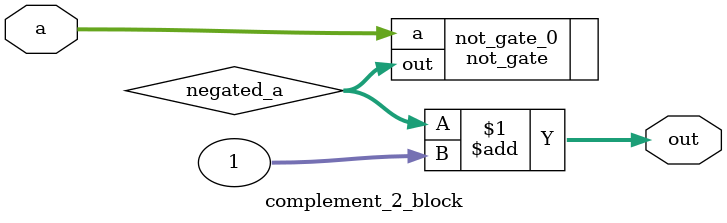
<source format=v>
module complement_2_block (
	input [31:0] a,
	output [31:0] out
);

	wire [31:0] negated_a;

	not_gate not_gate_0 (
		.a(a),
		.out(negated_a)
	);

	assign out = negated_a + 1;

endmodule

</source>
